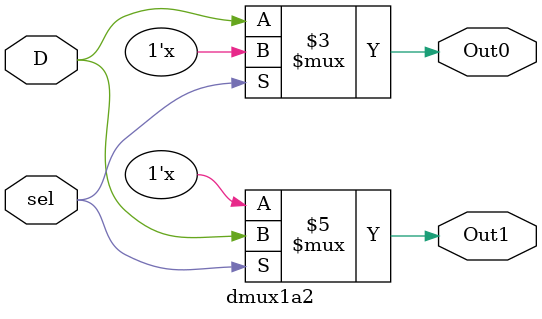
<source format=v>
`timescale 1ns / 1ps

module dmux1a2  (
input sel,
input  D,
output reg Out0, Out1
);

    always @(*) begin
        case(sel)
            0: Out0 = D;
            1: Out1 = D;        
        endcase
    end
endmodule
</source>
